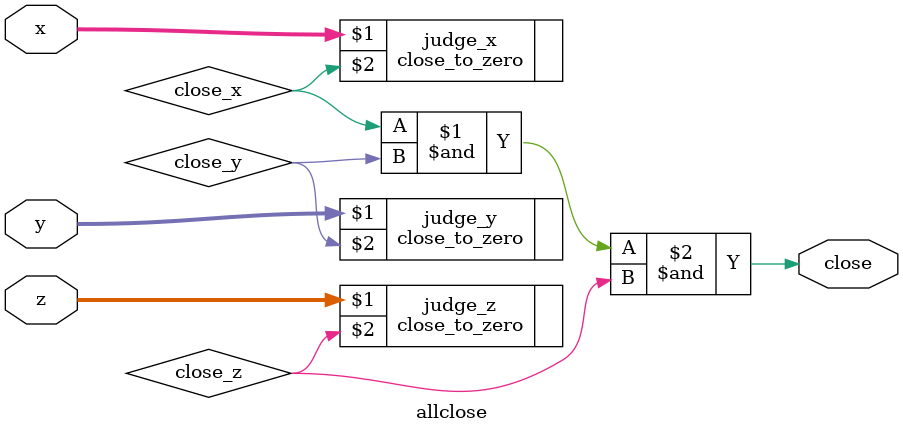
<source format=v>
module allclose
    #(parameter WIDTH = 32, TOL = 10)
    (
        input signed [WIDTH-1:0] x,
        input signed [WIDTH-1:0] y,
        input signed [WIDTH-1:0] z,
        output close
    );
    // TOL: tolerance - number of digits, if - 2^TOL <= num <= 2^TOL, return 1, else return 0
    wire close_x, close_y, close_z;
    close_to_zero #(WIDTH, TOL) judge_x (x, close_x);
    close_to_zero #(WIDTH, TOL) judge_y (y, close_y);
    close_to_zero #(WIDTH, TOL) judge_z (z, close_z);
    assign close = close_x & close_y & close_z;

endmodule

</source>
